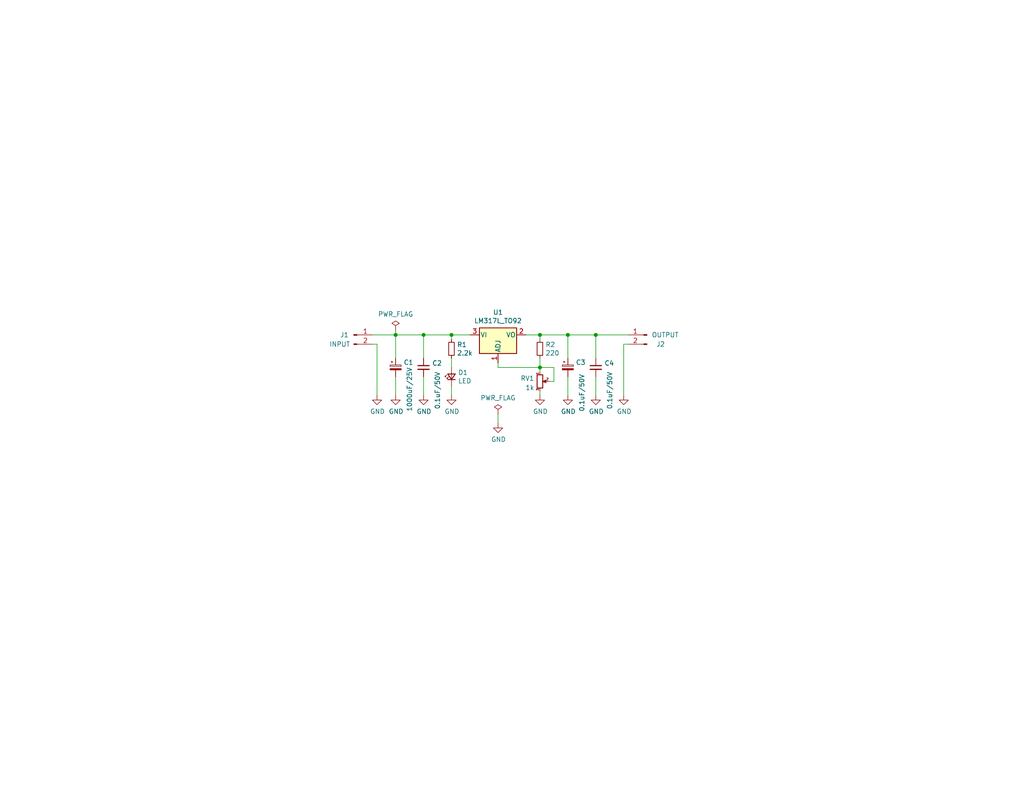
<source format=kicad_sch>
(kicad_sch (version 20211123) (generator eeschema)
  (paper "USLetter")
  (title_block (title "LM317") (rev "1.0") (company "Cristóbal Cuevas Lagos") (comment 1 "Adjustable voltage supply with LM317"))
  (lib_symbols
    (symbol "Connector:Conn_01x02_Male" (pin_names (offset 1.016) hide)
      (property "Reference" "J" (at 0 2.54 0))
      (property "Value" "Conn_01x02_Male" (at 0 -5.08 0))
      (symbol "Conn_01x02_Male_1_1"
        (polyline (pts (xy 1.27 -2.54) (xy 0.8636 -2.54)) (stroke (width 0.1524)))
        (polyline (pts (xy 1.27 0) (xy 0.8636 0)) (stroke (width 0.1524)))
        (rectangle (start 0.8636 -2.413) (end 0 -2.667) (stroke (width 0.1524)) (fill (type outline)))
        (rectangle (start 0.8636 0.127) (end 0 -0.127) (stroke (width 0.1524)) (fill (type outline)))
        (pin passive line (at 5.08 0 180) (length 3.81) (name "Pin_1") (number "1"))
        (pin passive line (at 5.08 -2.54 180) (length 3.81) (name "Pin_2") (number "2"))
      )
    )
    (symbol "Device:C_Polarized_Small" (pin_numbers hide) (pin_names (offset 0.254) hide)
      (property "Reference" "C" (at 0.254 1.778 0))
      (property "Value" "C_Polarized_Small" (at 0.254 -2.032 0))
      (symbol "C_Polarized_Small_0_1"
        (rectangle (start -1.524 -0.3048) (end 1.524 -0.6858) (fill (type outline)))
        (rectangle (start -1.524 0.6858) (end 1.524 0.3048))
        (polyline (pts (xy -1.27 1.524) (xy -0.762 1.524)))
        (polyline (pts (xy -1.016 1.27) (xy -1.016 1.778)))
      )
      (symbol "C_Polarized_Small_1_1"
        (pin passive line (at 0 2.54 270) (length 1.8542) (name "~") (number "1"))
        (pin passive line (at 0 -2.54 90) (length 1.8542) (name "~") (number "2"))
      )
    )
    (symbol "Device:C_Small" (pin_numbers hide) (pin_names (offset 0.254) hide)
      (property "Reference" "C" (at 0.254 1.778 0))
      (property "Value" "C_Small" (at 0.254 -2.032 0))
      (symbol "C_Small_0_1"
        (polyline (pts (xy -1.524 -0.508) (xy 1.524 -0.508)) (stroke (width 0.3302)))
        (polyline (pts (xy -1.524 0.508) (xy 1.524 0.508)) (stroke (width 0.3048)))
      )
      (symbol "C_Small_1_1"
        (pin passive line (at 0 2.54 270) (length 2.032) (name "~") (number "1"))
        (pin passive line (at 0 -2.54 90) (length 2.032) (name "~") (number "2"))
      )
    )
    (symbol "Device:LED_Small" (pin_numbers hide) (pin_names (offset 0.254) hide)
      (property "Reference" "D" (at -1.27 3.175 0))
      (property "Value" "LED_Small" (at -4.445 -2.54 0))
      (symbol "LED_Small_0_1"
        (polyline (pts (xy -0.762 -1.016) (xy -0.762 1.016)) (stroke (width 0.254)))
        (polyline (pts (xy 1.016 0) (xy -0.762 0)))
        (polyline (pts (xy 0.762 -1.016) (xy -0.762 0) (xy 0.762 1.016) (xy 0.762 -1.016)) (stroke (width 0.254)))
        (polyline (pts (xy 0 0.762) (xy -0.508 1.27) (xy -0.254 1.27) (xy -0.508 1.27) (xy -0.508 1.016)))
        (polyline (pts (xy 0.508 1.27) (xy 0 1.778) (xy 0.254 1.778) (xy 0 1.778) (xy 0 1.524)))
      )
      (symbol "LED_Small_1_1"
        (pin passive line (at -2.54 0 0) (length 1.778) (name "K") (number "1"))
        (pin passive line (at 2.54 0 180) (length 1.778) (name "A") (number "2"))
      )
    )
    (symbol "Device:R_Potentiometer_Small" (pin_names (offset 1.016) hide)
      (property "Reference" "RV" (at -4.445 0 90))
      (property "Value" "R_Potentiometer_Small" (at -2.54 0 90))
      (symbol "R_Potentiometer_Small_0_1"
        (polyline (pts (xy 0.889 0) (xy 0.635 0) (xy 1.651 0.381) (xy 1.651 -0.381) (xy 0.635 0) (xy 0.889 0)) (fill (type outline)))
        (rectangle (start 0.762 1.8034) (end -0.762 -1.8034) (stroke (width 0.254)))
      )
      (symbol "R_Potentiometer_Small_1_1"
        (pin passive line (at 0 2.54 270) (length 0.635) (name "1") (number "1"))
        (pin passive line (at 2.54 0 180) (length 0.9906) (name "2") (number "2"))
        (pin passive line (at 0 -2.54 90) (length 0.635) (name "3") (number "3"))
      )
    )
    (symbol "Device:R_Small" (pin_numbers hide) (pin_names (offset 0.254) hide)
      (property "Reference" "R" (at 0.762 0.508 0))
      (property "Value" "R_Small" (at 0.762 -1.016 0))
      (symbol "R_Small_0_1"
        (rectangle (start -0.762 1.778) (end 0.762 -1.778) (stroke (width 0.2032)))
      )
      (symbol "R_Small_1_1"
        (pin passive line (at 0 2.54 270) (length 0.762) (name "~") (number "1"))
        (pin passive line (at 0 -2.54 90) (length 0.762) (name "~") (number "2"))
      )
    )
    (symbol "Regulator_Linear:LM317L_TO92" (pin_names (offset 0.254))
      (property "Reference" "U" (at -3.81 3.175 0))
      (property "Value" "LM317L_TO92" (at 0 3.175 0))
      (symbol "LM317L_TO92_0_1"
        (rectangle (start -5.08 1.905) (end 5.08 -5.08) (stroke (width 0.254)) (fill (type background)))
      )
      (symbol "LM317L_TO92_1_1"
        (pin input line (at 0 -7.62 90) (length 2.54) (name "ADJ") (number "1"))
        (pin power_out line (at 7.62 0 180) (length 2.54) (name "VO") (number "2"))
        (pin power_in line (at -7.62 0 0) (length 2.54) (name "VI") (number "3"))
      )
    )
    (symbol "power:GND" (power) (pin_names (offset 0))
      (property "Value" "GND" (at 0 -3.81 0))
      (symbol "GND_0_1"
        (polyline (pts (xy 0 0) (xy 0 -1.27) (xy 1.27 -1.27) (xy 0 -2.54) (xy -1.27 -1.27) (xy 0 -1.27)))
      )
      (symbol "GND_1_1"
        (pin power_in line (at 0 0 270) (length 0) hide (name "GND") (number "1"))
      )
    )
    (symbol "power:PWR_FLAG" (power) (pin_numbers hide) (pin_names (offset 0) hide)
      (property "Value" "PWR_FLAG" (at 0 3.81 0))
      (symbol "PWR_FLAG_0_0"
        (pin power_out line (at 0 0 90) (length 0) (name "pwr") (number "1"))
      )
      (symbol "PWR_FLAG_0_1"
        (polyline (pts (xy 0 0) (xy 0 1.27) (xy -1.016 1.905) (xy 0 2.54) (xy 1.016 1.905) (xy 0 1.27)))
      )
    )
  )
  (junction (at 115.57 91.44))
  (junction (at 123.19 91.44))
  (junction (at 147.32 91.44))
  (junction (at 154.94 91.44))
  (junction (at 107.95 91.44))
  (junction (at 147.32 100.33))
  (junction (at 162.56 91.44))
  (wire (pts (xy 123.19 91.44) (xy 128.27 91.44)))
  (wire (pts (xy 154.94 102.87) (xy 154.94 107.95)))
  (wire (pts (xy 107.95 90.17) (xy 107.95 91.44)))
  (wire (pts (xy 102.87 93.98) (xy 102.87 107.95)))
  (wire (pts (xy 135.89 99.06) (xy 135.89 100.33)))
  (wire (pts (xy 162.56 91.44) (xy 171.45 91.44)))
  (wire (pts (xy 143.51 91.44) (xy 147.32 91.44)))
  (wire (pts (xy 162.56 102.87) (xy 162.56 107.95)))
  (wire (pts (xy 123.19 107.95) (xy 123.19 105.41)))
  (wire (pts (xy 147.32 100.33) (xy 147.32 101.6)))
  (wire (pts (xy 147.32 92.71) (xy 147.32 91.44)))
  (wire (pts (xy 151.13 104.14) (xy 151.13 100.33)))
  (wire (pts (xy 115.57 97.79) (xy 115.57 91.44)))
  (wire (pts (xy 154.94 91.44) (xy 162.56 91.44)))
  (wire (pts (xy 107.95 97.79) (xy 107.95 91.44)))
  (wire (pts (xy 123.19 100.33) (xy 123.19 97.79)))
  (wire (pts (xy 107.95 91.44) (xy 115.57 91.44)))
  (wire (pts (xy 135.89 100.33) (xy 147.32 100.33)))
  (wire (pts (xy 135.89 113.03) (xy 135.89 115.57)))
  (wire (pts (xy 115.57 91.44) (xy 123.19 91.44)))
  (wire (pts (xy 101.6 91.44) (xy 107.95 91.44)))
  (wire (pts (xy 147.32 97.79) (xy 147.32 100.33)))
  (wire (pts (xy 170.18 93.98) (xy 170.18 107.95)))
  (wire (pts (xy 123.19 92.71) (xy 123.19 91.44)))
  (wire (pts (xy 101.6 93.98) (xy 102.87 93.98)))
  (wire (pts (xy 149.86 104.14) (xy 151.13 104.14)))
  (wire (pts (xy 115.57 107.95) (xy 115.57 102.87)))
  (wire (pts (xy 147.32 106.68) (xy 147.32 107.95)))
  (wire (pts (xy 171.45 93.98) (xy 170.18 93.98)))
  (wire (pts (xy 151.13 100.33) (xy 147.32 100.33)))
  (wire (pts (xy 162.56 97.79) (xy 162.56 91.44)))
  (wire (pts (xy 147.32 91.44) (xy 154.94 91.44)))
  (wire (pts (xy 154.94 97.79) (xy 154.94 91.44)))
  (wire (pts (xy 107.95 107.95) (xy 107.95 102.87)))
  (symbol (lib_id "Regulator_Linear:LM317L_TO92") (at 135.89 91.44 0) (unit 1)
    (property "Reference" "U1" (at 135.89 85.2932 0))
    (property "Value" "LM317L_TO92" (at 135.89 87.6046 0))
    (property "Footprint" "Package_TO_SOT_SMD:TO-252-3_TabPin2" (effects hide))
    (property "Datasheet" "http://www.ti.com/lit/ds/snvs775k/snvs775k.pdf" (effects hide))
  )
  (symbol (lib_id "Device:C_Small") (at 162.56 100.33 0) (unit 1)
    (property "Reference" "C4" (at 164.8968 99.1616 0) (effects (justify left)))
    (property "Value" "0.1uF/50V" (at 166.37 111.76 90) (effects (justify left)))
    (property "Footprint" "Capacitor_SMD:C_0805_2012Metric" (effects hide))
  )
  (symbol (lib_id "Device:R_Small") (at 123.19 95.25 0) (unit 1)
    (property "Reference" "R1" (at 124.6886 94.0816 0) (effects (justify left)))
    (property "Value" "2.2k" (at 124.6886 96.393 0) (effects (justify left)))
    (property "Footprint" "Resistor_SMD:R_0805_2012Metric" (effects hide))
  )
  (symbol (lib_id "Connector:Conn_01x02_Male") (at 96.52 91.44 0) (unit 1)
    (property "Reference" "J1" (at 93.98 91.44 0))
    (property "Value" "INPUT" (at 92.71 93.98 0))
    (property "Footprint" "Connector_Molex:Molex_KK-254_AE-6410-02A_1x02_P2.54mm_Vertical" (effects hide))
  )
  (symbol (lib_id "power:GND") (at 102.87 107.95 0) (unit 1)
    (property "Reference" "#PWR01" (effects hide))
    (property "Value" "GND" (at 102.997 112.3442 0))
  )
  (symbol (lib_id "Device:LED_Small") (at 123.19 102.87 90) (unit 1)
    (property "Reference" "D1" (at 124.968 101.7016 90) (effects (justify right)))
    (property "Value" "LED" (at 124.968 104.013 90) (effects (justify right)))
    (property "Footprint" "LED_SMD:LED_0805_2012Metric_Castellated" (effects hide))
  )
  (symbol (lib_id "Device:R_Small") (at 147.32 95.25 0) (unit 1)
    (property "Reference" "R2" (at 148.8186 94.0816 0) (effects (justify left)))
    (property "Value" "220" (at 148.8186 96.393 0) (effects (justify left)))
    (property "Footprint" "Resistor_SMD:R_0805_2012Metric" (effects hide))
  )
  (symbol (lib_id "Device:C_Small") (at 115.57 100.33 0) (unit 1)
    (property "Reference" "C2" (at 117.9068 99.1616 0) (effects (justify left)))
    (property "Value" "0.1uF/50V" (at 119.38 111.76 90) (effects (justify left)))
    (property "Footprint" "Capacitor_SMD:C_0805_2012Metric" (effects hide))
  )
  (symbol (lib_id "Connector:Conn_01x02_Male") (at 176.53 91.44 0) (mirror y) (unit 1)
    (property "Reference" "J2" (at 179.07 93.98 0) (effects (justify right)))
    (property "Value" "OUTPUT" (at 177.8 91.44 0) (effects (justify right)))
    (property "Footprint" "Connector_Molex:Molex_KK-254_AE-6410-02A_1x02_P2.54mm_Vertical" (effects hide))
  )
  (symbol (lib_id "power:GND") (at 123.19 107.95 0) (unit 1)
    (property "Reference" "#PWR04" (effects hide))
    (property "Value" "GND" (at 123.317 112.3442 0))
  )
  (symbol (lib_id "power:GND") (at 115.57 107.95 0) (unit 1)
    (property "Reference" "#PWR03" (effects hide))
    (property "Value" "GND" (at 115.697 112.3442 0))
  )
  (symbol (lib_id "power:GND") (at 107.95 107.95 0) (unit 1)
    (property "Reference" "#PWR02" (effects hide))
    (property "Value" "GND" (at 108.077 112.3442 0))
  )
  (symbol (lib_id "power:GND") (at 147.32 107.95 0) (unit 1)
    (property "Reference" "#PWR05" (effects hide))
    (property "Value" "GND" (at 147.447 112.3442 0))
  )
  (symbol (lib_id "power:GND") (at 154.94 107.95 0) (unit 1)
    (property "Reference" "#PWR06" (effects hide))
    (property "Value" "GND" (at 155.067 112.3442 0))
  )
  (symbol (lib_id "power:GND") (at 162.56 107.95 0) (unit 1)
    (property "Reference" "#PWR07" (effects hide))
    (property "Value" "GND" (at 162.687 112.3442 0))
  )
  (symbol (lib_id "power:GND") (at 170.18 107.95 0) (unit 1)
    (property "Reference" "#PWR08" (effects hide))
    (property "Value" "GND" (at 170.307 112.3442 0))
  )
  (symbol (lib_id "power:PWR_FLAG") (at 107.95 90.17 0) (unit 1)
    (property "Reference" "#FLG01" (effects hide))
    (property "Value" "PWR_FLAG" (at 107.95 85.7758 0))
  )
  (symbol (lib_id "power:GND") (at 135.89 115.57 0) (unit 1)
    (property "Reference" "#PWR09" (effects hide))
    (property "Value" "GND" (at 136.017 119.9642 0))
  )
  (symbol (lib_id "power:PWR_FLAG") (at 135.89 113.03 0) (unit 1)
    (property "Reference" "#FLG02" (effects hide))
    (property "Value" "PWR_FLAG" (at 135.89 108.6358 0))
  )
  (symbol (lib_id "Device:C_Polarized_Small") (at 154.94 100.33 0) (unit 1)
    (property "Reference" "C3" (at 157.099 98.9492 0) (effects (justify left)))
    (property "Value" "0.1uF/50V" (at 158.75 112.395 90) (effects (justify left)))
    (property "Footprint" "Capacitor_SMD:CP_Elec_5x5.4" (effects hide))
  )
  (symbol (lib_id "Device:C_Polarized_Small") (at 107.95 100.33 0) (unit 1)
    (property "Reference" "C1" (at 110.109 98.9492 0) (effects (justify left)))
    (property "Value" "1000uF/25V" (at 111.76 112.395 90) (effects (justify left)))
    (property "Footprint" "Capacitor_SMD:CP_Elec_10x12.5" (effects hide))
  )
  (symbol (lib_id "Device:R_Potentiometer_Small") (at 147.32 104.14 0) (unit 1)
    (property "Reference" "RV1" (at 145.7961 103.3053 0) (effects (justify right)))
    (property "Value" "1k" (at 145.7961 105.8422 0) (effects (justify right)))
    (property "Footprint" "Potentiometer_SMD:Potentiometer_Bourns_3224W_Vertical" (effects hide))
  )
)
</source>
